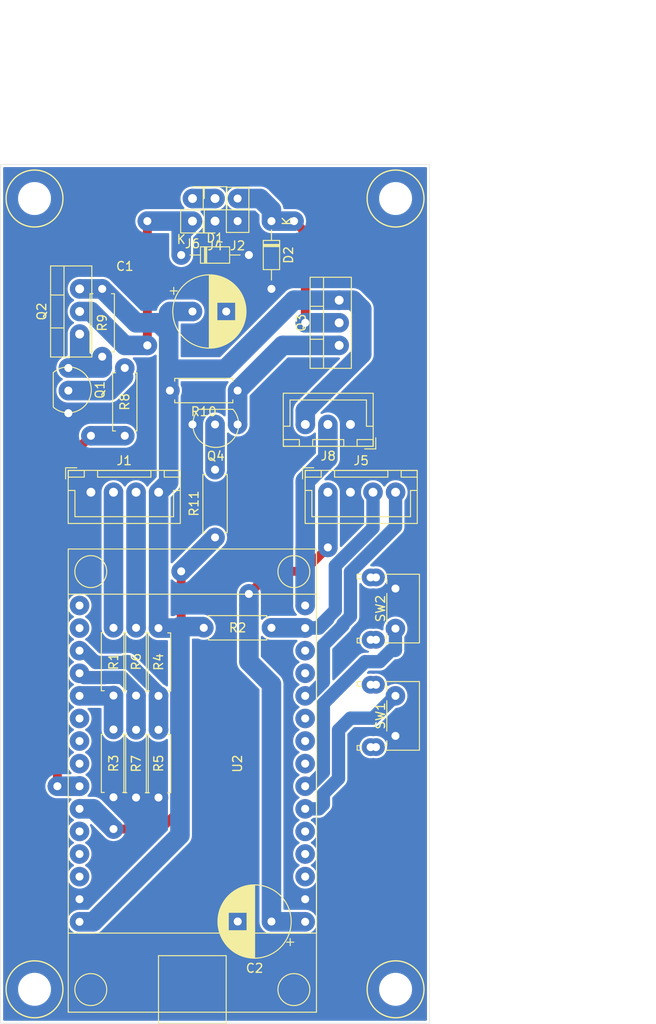
<source format=kicad_pcb>
(kicad_pcb (version 20171130) (host pcbnew "(5.1.6)-1")
  (layers (0 F.Cu signal) (31 B.Cu signal) (34 B.Paste user hide) (35 F.Paste user hide) (36 B.SilkS user hide) (37 F.SilkS user) (38 B.Mask user hide) (39 F.Mask user) (44 Edge.Cuts user))
  (net 0 "")
  (net 1 GND)
  (net 2 +5V)
  (net 3 +3V3)
  (net 4 "Net-(U2-Pad3)")
  (net 5 "Net-(U2-Pad4)")
  (net 6 "Net-(U2-Pad5)")
  (net 7 "Net-(U2-Pad21)")
  (net 8 "Net-(U2-Pad23)")
  (net 9 "Net-(U2-Pad27)")
  (net 10 SDA)
  (net 11 SCL)
  (net 12 LEDS)
  (net 13 SW1)
  (net 14 SW2)
  (net 15 "Net-(U2-Pad14)")
  (net 16 "Net-(U2-Pad18)")
  (net 17 "Net-(U2-Pad19)")
  (net 18 "Net-(U2-Pad22)")
  (net 19 "Net-(U2-Pad26)")
  (net 20 "Net-(U2-Pad28)")
  (net 21 VBUS)
  (net 22 VBAT)
  (net 23 SBUS)
  (net 24 S5V)
  (net 25 SBAT)
  (net 26 "Net-(U2-Pad10)")
  (net 27 "Net-(U2-Pad9)")
  (net 28 "Net-(Q1-Pad2)")
  (net 29 "Net-(Q1-Pad1)")
  (net 30 "Net-(U2-Pad15)")
  (net 31 "Net-(U2-Pad8)")
  (net 32 "Net-(J4-Pad2)")
  (net 33 COIL1+)
  (net 34 PWM1)
  (net 35 COIL2+)
  (net 36 "Net-(Q3-Pad1)")
  (net 37 "Net-(Q4-Pad2)")
  (net 38 PWM2)
  (module 0_my_footprints:myTransistor (layer F.Cu) (at 26.67 -67.31 180)
    (fp_text reference Q4 (at 2.46 -3.56) (layer F.SilkS))
    (fp_text value BC548)
    (pad 2 thru_hole circle (at 2.54 0 180) (size 2.2 2.2) (drill 0.9) (layers *.Cu *.Mask) (net 37 "Net-(Q4-Pad2)"))
    (pad 3 thru_hole circle (at 5.08 0 180) (size 2.2 2.2) (drill 0.9) (layers *.Cu *.Mask) (net 1 GND))
    (pad 1 thru_hole circle (at 0 0 180) (size 2.2 2.2) (drill 0.9) (layers *.Cu *.Mask) (net 36 "Net-(Q3-Pad1)"))
  )
  (module 0_my_footprints:myESP32DEV0 (layer F.Cu) (at 21.574 -29.178 90)
    (fp_text reference U2 (at 0 5.08 90) (layer F.SilkS))
    (fp_text value ESP32_DEV_0)
    (pad 30 thru_hole circle (at -17.78 12.7 90) (size 2.2 2.2) (drill 0.9) (layers *.Cu *.Mask) (net 3 +3V3))
    (pad 29 thru_hole circle (at -15.24 12.7 90) (size 2.2 2.2) (drill 0.9) (layers *.Cu *.Mask) (net 1 GND))
    (pad 28 thru_hole circle (at -12.7 12.7 90) (size 2.2 2.2) (drill 0.9) (layers *.Cu *.Mask) (net 20 "Net-(U2-Pad28)"))
    (pad 27 thru_hole circle (at -10.16 12.7 90) (size 2.2 2.2) (drill 0.9) (layers *.Cu *.Mask) (net 9 "Net-(U2-Pad27)"))
    (pad 26 thru_hole circle (at -7.62 12.7 90) (size 2.2 2.2) (drill 0.9) (layers *.Cu *.Mask) (net 19 "Net-(U2-Pad26)"))
    (pad 25 thru_hole circle (at -5.08 12.7 90) (size 2.2 2.2) (drill 0.9) (layers *.Cu *.Mask) (net 13 SW1))
    (pad 24 thru_hole circle (at -2.54 12.7 90) (size 2.2 2.2) (drill 0.9) (layers *.Cu *.Mask) (net 14 SW2))
    (pad 23 thru_hole circle (at 0 12.7 90) (size 2.2 2.2) (drill 0.9) (layers *.Cu *.Mask) (net 8 "Net-(U2-Pad23)"))
    (pad 22 thru_hole circle (at 2.54 12.7 90) (size 2.2 2.2) (drill 0.9) (layers *.Cu *.Mask) (net 18 "Net-(U2-Pad22)"))
    (pad 21 thru_hole circle (at 5.08 12.7 90) (size 2.2 2.2) (drill 0.9) (layers *.Cu *.Mask) (net 7 "Net-(U2-Pad21)"))
    (pad 20 thru_hole circle (at 7.62 12.7 90) (size 2.2 2.2) (drill 0.9) (layers *.Cu *.Mask) (net 10 SDA))
    (pad 19 thru_hole circle (at 10.16 12.7 90) (size 2.2 2.2) (drill 0.9) (layers *.Cu *.Mask) (net 17 "Net-(U2-Pad19)"))
    (pad 18 thru_hole circle (at 12.7 12.7 90) (size 2.2 2.2) (drill 0.9) (layers *.Cu *.Mask) (net 16 "Net-(U2-Pad18)"))
    (pad 17 thru_hole circle (at 15.24 12.7 90) (size 2.2 2.2) (drill 0.9) (layers *.Cu *.Mask) (net 11 SCL))
    (pad 16 thru_hole circle (at 17.78 12.7 90) (size 2.2 2.2) (drill 0.9) (layers *.Cu *.Mask) (net 12 LEDS))
    (pad 15 thru_hole circle (at 17.78 -12.7 90) (size 2.2 2.2) (drill 0.9) (layers *.Cu *.Mask) (net 30 "Net-(U2-Pad15)"))
    (pad 14 thru_hole circle (at 15.24 -12.7 90) (size 2.2 2.2) (drill 0.9) (layers *.Cu *.Mask) (net 15 "Net-(U2-Pad14)"))
    (pad 13 thru_hole circle (at 12.7 -12.7 90) (size 2.2 2.2) (drill 0.9) (layers *.Cu *.Mask) (net 24 S5V))
    (pad 12 thru_hole circle (at 10.16 -12.7 90) (size 2.2 2.2) (drill 0.9) (layers *.Cu *.Mask) (net 23 SBUS))
    (pad 11 thru_hole circle (at 7.62 -12.7 90) (size 2.2 2.2) (drill 0.9) (layers *.Cu *.Mask) (net 25 SBAT))
    (pad 10 thru_hole circle (at 5.08 -12.7 90) (size 2.2 2.2) (drill 0.9) (layers *.Cu *.Mask) (net 26 "Net-(U2-Pad10)"))
    (pad 9 thru_hole circle (at 2.54 -12.7 90) (size 2.2 2.2) (drill 0.9) (layers *.Cu *.Mask) (net 27 "Net-(U2-Pad9)"))
    (pad 8 thru_hole circle (at 0 -12.7 90) (size 2.2 2.2) (drill 0.9) (layers *.Cu *.Mask) (net 31 "Net-(U2-Pad8)"))
    (pad 7 thru_hole circle (at -2.54 -12.7 90) (size 2.2 2.2) (drill 0.9) (layers *.Cu *.Mask) (net 34 PWM1))
    (pad 6 thru_hole circle (at -5.08 -12.7 90) (size 2.2 2.2) (drill 0.9) (layers *.Cu *.Mask) (net 38 PWM2))
    (pad 5 thru_hole circle (at -7.62 -12.7 90) (size 2.2 2.2) (drill 0.9) (layers *.Cu *.Mask) (net 6 "Net-(U2-Pad5)"))
    (pad 4 thru_hole circle (at -10.16 -12.7 90) (size 2.2 2.2) (drill 0.9) (layers *.Cu *.Mask) (net 5 "Net-(U2-Pad4)"))
    (pad 3 thru_hole circle (at -12.7 -12.7 90) (size 2.2 2.2) (drill 0.9) (layers *.Cu *.Mask) (net 4 "Net-(U2-Pad3)"))
    (pad 2 thru_hole circle (at -15.24 -12.7 90) (size 2.2 2.2) (drill 0.9) (layers *.Cu *.Mask) (net 1 GND))
    (pad 1 thru_hole circle (at -17.78 -12.7 90) (size 2.2 2.2) (drill 0.9) (layers *.Cu *.Mask) (net 2 +5V))
  )
  (module 0_my_footprints:myResistor (layer F.Cu) (at 12.7 -36.83 90)
    (fp_text reference R1 (at 3.842 0.016 90) (layer F.SilkS))
    (fp_text value 10K)
    (pad 1 thru_hole circle (at 0 0 90) (size 2.2 2.2) (drill 0.9) (layers *.Cu *.Mask) (net 25 SBAT))
    (pad 2 thru_hole circle (at 7.62 0 90) (size 2.2 2.2) (drill 0.9) (layers *.Cu *.Mask) (net 22 VBAT))
  )
  (module 0_my_footprints:myResistor (layer F.Cu) (at 17.764 -36.798 90)
    (fp_text reference R4 (at 3.81 0.016 90) (layer F.SilkS))
    (fp_text value 10K)
    (pad 1 thru_hole circle (at 0 0 90) (size 2.2 2.2) (drill 0.9) (layers *.Cu *.Mask) (net 24 S5V))
    (pad 2 thru_hole circle (at 7.62 0 90) (size 2.2 2.2) (drill 0.9) (layers *.Cu *.Mask) (net 2 +5V))
  )
  (module 0_my_footprints:myResistor (layer F.Cu) (at 15.24 -36.83 90)
    (fp_text reference R6 (at 3.81 0.016 90) (layer F.SilkS))
    (fp_text value 10K)
    (pad 1 thru_hole circle (at 0 0 90) (size 2.2 2.2) (drill 0.9) (layers *.Cu *.Mask) (net 23 SBUS))
    (pad 2 thru_hole circle (at 7.62 0 90) (size 2.2 2.2) (drill 0.9) (layers *.Cu *.Mask) (net 21 VBUS))
  )
  (module 0_my_footprints:myMountingHole_3.2mm_M3 (layer F.Cu) (at 44.45 -3.81 90)
    (fp_text reference REF**)
    (fp_text value myMountingHole_3.2mm_M3)
    (pad "" np_thru_hole circle (at 0 0 90) (size 3.2 3.2) (drill 3.2) (layers *.Cu *.Mask))
  )
  (module 0_my_footprints:myMountingHole_3.2mm_M3 (layer F.Cu) (at 3.81 -3.81 90)
    (fp_text reference REF**)
    (fp_text value myMountingHole_3.2mm_M3)
    (pad "" np_thru_hole circle (at 0 0 90) (size 3.2 3.2) (drill 3.2) (layers *.Cu *.Mask))
  )
  (module 0_my_footprints:myMountingHole_3.2mm_M3 (layer F.Cu) (at 44.45 -92.71 90)
    (fp_text reference REF**)
    (fp_text value myMountingHole_3.2mm_M3)
    (pad "" np_thru_hole circle (at 0 0 90) (size 3.2 3.2) (drill 3.2) (layers *.Cu *.Mask))
  )
  (module 0_my_footprints:myMountingHole_3.2mm_M3 (layer F.Cu) (at 3.81 -92.71 90)
    (fp_text reference REF**)
    (fp_text value myMountingHole_3.2mm_M3)
    (pad "" np_thru_hole circle (at 0 0 90) (size 3.2 3.2) (drill 3.2) (layers *.Cu *.Mask))
  )
  (module 0_my_footprints:myJSTx04 (layer F.Cu) (at 36.83 -59.69)
    (fp_text reference J5 (at 3.75 -3.55) (layer F.SilkS))
    (fp_text value Sensor)
    (pad 4 thru_hole circle (at 7.62 0) (size 2.2 2.2) (drill 1) (layers *.Cu *.Mask) (net 10 SDA))
    (pad 3 thru_hole circle (at 5.08 0) (size 2.2 2.2) (drill 1) (layers *.Cu *.Mask) (net 11 SCL))
    (pad 2 thru_hole circle (at 2.54 0) (size 2.2 2.2) (drill 1) (layers *.Cu *.Mask) (net 1 GND))
    (pad 1 thru_hole circle (at 0 0) (size 2.2 2.2) (drill 1) (layers *.Cu *.Mask) (net 3 +3V3))
  )
  (module 0_my_footprints:CP_my100uf (layer F.Cu) (at 21.59 -80.01)
    (fp_text reference C1 (at -7.62 -5.08) (layer F.SilkS))
    (fp_text value 330uf)
    (pad 1 thru_hole circle (at 0 0) (size 2.2 2.2) (drill 0.9) (layers *.Cu *.Mask) (net 2 +5V))
    (pad 2 thru_hole circle (at 3.8 0) (size 2.2 2.2) (drill 0.9) (layers *.Cu *.Mask) (net 1 GND))
  )
  (module 0_my_footprints:myJSTx03 (layer F.Cu) (at 39.37 -67.31 180)
    (fp_text reference J8 (at 2.5 -3.55) (layer F.SilkS))
    (fp_text value leds)
    (pad 1 thru_hole circle (at 0 0 180) (size 2.2 2.2) (drill 1) (layers *.Cu *.Mask) (net 1 GND))
    (pad 2 thru_hole circle (at 2.54 0 180) (size 2.2 2.2) (drill 1) (layers *.Cu *.Mask) (net 12 LEDS))
    (pad 3 thru_hole circle (at 5.08 0 180) (size 2.2 2.2) (drill 1) (layers *.Cu *.Mask) (net 2 +5V))
  )
  (module 0_my_footprints:myResistor (layer F.Cu) (at 12.7 -33.02 270)
    (fp_text reference R3 (at 3.81 -0.016 90) (layer F.SilkS))
    (fp_text value 10K)
    (pad 2 thru_hole circle (at 7.62 0 270) (size 2.2 2.2) (drill 0.9) (layers *.Cu *.Mask) (net 1 GND))
    (pad 1 thru_hole circle (at 0 0 270) (size 2.2 2.2) (drill 0.9) (layers *.Cu *.Mask) (net 25 SBAT))
  )
  (module 0_my_footprints:myResistor (layer F.Cu) (at 17.764 -32.988 270)
    (fp_text reference R5 (at 3.778 -0.016 90) (layer F.SilkS))
    (fp_text value 10K)
    (pad 2 thru_hole circle (at 7.62 0 270) (size 2.2 2.2) (drill 0.9) (layers *.Cu *.Mask) (net 1 GND))
    (pad 1 thru_hole circle (at 0 0 270) (size 2.2 2.2) (drill 0.9) (layers *.Cu *.Mask) (net 24 S5V))
  )
  (module 0_my_footprints:myResistor (layer F.Cu) (at 15.24 -32.988 270)
    (fp_text reference R7 (at 3.81 -0.016 90) (layer F.SilkS))
    (fp_text value 10K)
    (pad 2 thru_hole circle (at 7.62 0 270) (size 2.2 2.2) (drill 0.9) (layers *.Cu *.Mask) (net 1 GND))
    (pad 1 thru_hole circle (at 0 0 270) (size 2.2 2.2) (drill 0.9) (layers *.Cu *.Mask) (net 23 SBUS))
  )
  (module 0_my_footprints:myJSTx04 (layer F.Cu) (at 10.16 -59.69)
    (fp_text reference J1 (at 3.75 -3.55) (layer F.SilkS))
    (fp_text value power)
    (pad 1 thru_hole circle (at 0 0) (size 2.2 2.2) (drill 1) (layers *.Cu *.Mask) (net 1 GND))
    (pad 2 thru_hole circle (at 2.54 0) (size 2.2 2.2) (drill 1) (layers *.Cu *.Mask) (net 22 VBAT))
    (pad 3 thru_hole circle (at 5.08 0) (size 2.2 2.2) (drill 1) (layers *.Cu *.Mask) (net 21 VBUS))
    (pad 4 thru_hole circle (at 7.62 0) (size 2.2 2.2) (drill 1) (layers *.Cu *.Mask) (net 2 +5V))
  )
  (module 0_my_footprints:myButtonAngled (layer F.Cu) (at 44.434 -36.798 270)
    (fp_text reference SW1 (at 2.25 1.68 90) (layer F.SilkS))
    (fp_text value SW)
    (pad "" thru_hole circle (at -1.25 2.79 270) (size 2 2) (drill 0.9) (layers *.Cu *.Mask))
    (pad "" thru_hole circle (at 5.76 2.79 270) (size 2 2) (drill 0.9) (layers *.Cu *.Mask))
    (pad "" thru_hole circle (at -1.25 2.19 270) (size 2 2) (drill 0.9) (layers *.Cu *.Mask))
    (pad 1 thru_hole circle (at 0 0 270) (size 2.2 2.2) (drill 0.9) (layers *.Cu *.Mask) (net 13 SW1))
    (pad 2 thru_hole circle (at 4.5 0 270) (size 2.2 2.2) (drill 0.9) (layers *.Cu *.Mask) (net 1 GND))
    (pad "" thru_hole circle (at 5.76 2.19 270) (size 2 2) (drill 0.9) (layers *.Cu *.Mask))
  )
  (module 0_my_footprints:myButtonAngled (layer F.Cu) (at 44.434 -48.863 270)
    (fp_text reference SW2 (at 2.25 1.68 90) (layer F.SilkS))
    (fp_text value SW)
    (pad "" thru_hole circle (at 5.76 2.19 270) (size 2 2) (drill 0.9) (layers *.Cu *.Mask))
    (pad 2 thru_hole circle (at 4.5 0 270) (size 2.2 2.2) (drill 0.9) (layers *.Cu *.Mask) (net 14 SW2))
    (pad 1 thru_hole circle (at 0 0 270) (size 2.2 2.2) (drill 0.9) (layers *.Cu *.Mask) (net 1 GND))
    (pad "" thru_hole circle (at -1.25 2.19 270) (size 2 2) (drill 0.9) (layers *.Cu *.Mask))
    (pad "" thru_hole circle (at 5.76 2.79 270) (size 2 2) (drill 0.9) (layers *.Cu *.Mask))
    (pad "" thru_hole circle (at -1.25 2.79 270) (size 2 2) (drill 0.9) (layers *.Cu *.Mask))
  )
  (module 0_my_footprints:myZenerDiode (layer F.Cu) (at 20.32 -86.36)
    (fp_text reference D1 (at 3.81 -1.92) (layer F.SilkS))
    (fp_text value 1N4741)
    (fp_text user K (at 0 -1.75) (layer F.SilkS))
    (pad 1 thru_hole circle (at 0 0) (size 2.2 2.2) (drill 0.9) (layers *.Cu *.Mask) (net 33 COIL1+))
    (pad 2 thru_hole circle (at 7.62 0) (size 2.2 2.2) (drill 0.9) (layers *.Cu *.Mask) (net 1 GND))
  )
  (module 0_my_footprints:myTransistor (layer F.Cu) (at 7.62 -73.66 270)
    (fp_text reference Q1 (at 2.46 -3.56 90) (layer F.SilkS))
    (fp_text value BC548)
    (pad 2 thru_hole circle (at 2.54 0 270) (size 2.2 2.2) (drill 0.9) (layers *.Cu *.Mask) (net 28 "Net-(Q1-Pad2)"))
    (pad 3 thru_hole circle (at 5.08 0 270) (size 2.2 2.2) (drill 0.9) (layers *.Cu *.Mask) (net 1 GND))
    (pad 1 thru_hole circle (at 0 0 270) (size 2.2 2.2) (drill 0.9) (layers *.Cu *.Mask) (net 29 "Net-(Q1-Pad1)"))
  )
  (module 0_my_footprints:myThreeLegged (layer F.Cu) (at 8.89 -77.47 90)
    (fp_text reference Q2 (at 2.54 -4.27 90) (layer F.SilkS))
    (fp_text value IRF9540N)
    (pad 1 thru_hole circle (at 0 0 90) (size 2.2 2.2) (drill 1) (layers *.Cu *.Mask) (net 29 "Net-(Q1-Pad1)"))
    (pad 2 thru_hole circle (at 2.54 0 90) (size 2.2 2.2) (drill 1) (layers *.Cu *.Mask) (net 33 COIL1+))
    (pad 3 thru_hole circle (at 5.08 0 90) (size 2.2 2.2) (drill 1) (layers *.Cu *.Mask) (net 2 +5V))
  )
  (module 0_my_footprints:myResistor (layer F.Cu) (at 22.86 -44.45)
    (fp_text reference R2 (at 3.81 0) (layer F.SilkS))
    (fp_text value 10K)
    (pad 1 thru_hole circle (at 0 0) (size 2.2 2.2) (drill 0.9) (layers *.Cu *.Mask) (net 2 +5V))
    (pad 2 thru_hole circle (at 7.62 0) (size 2.2 2.2) (drill 0.9) (layers *.Cu *.Mask) (net 11 SCL))
  )
  (module 0_my_footprints:myResistor (layer F.Cu) (at 13.97 -66.04 90)
    (fp_text reference R8 (at 3.81 0 90) (layer F.SilkS))
    (fp_text value 10K)
    (pad 2 thru_hole circle (at 7.62 0 90) (size 2.2 2.2) (drill 0.9) (layers *.Cu *.Mask) (net 28 "Net-(Q1-Pad2)"))
    (pad 1 thru_hole circle (at 0 0 90) (size 2.2 2.2) (drill 0.9) (layers *.Cu *.Mask) (net 34 PWM1))
  )
  (module 0_my_footprints:myResistor (layer F.Cu) (at 11.43 -74.93 90)
    (fp_text reference R9 (at 3.81 0 90) (layer F.SilkS))
    (fp_text value 10K)
    (pad 1 thru_hole circle (at 0 0 90) (size 2.2 2.2) (drill 0.9) (layers *.Cu *.Mask) (net 29 "Net-(Q1-Pad1)"))
    (pad 2 thru_hole circle (at 7.62 0 90) (size 2.2 2.2) (drill 0.9) (layers *.Cu *.Mask) (net 2 +5V))
  )
  (module 0_my_footprints:CP_my100uf (layer F.Cu) (at 30.48 -11.43 180)
    (fp_text reference C2 (at 1.9 -5.25) (layer F.SilkS))
    (fp_text value "100 uf")
    (pad 1 thru_hole circle (at 0 0 180) (size 2.2 2.2) (drill 0.9) (layers *.Cu *.Mask) (net 3 +3V3))
    (pad 2 thru_hole circle (at 3.8 0 180) (size 2.2 2.2) (drill 0.9) (layers *.Cu *.Mask) (net 1 GND))
  )
  (module 0_my_footprints:myPinSocket_1x02 (layer F.Cu) (at 24.13 -90.17 180)
    (fp_text reference J4 (at 0 -2.77) (layer F.SilkS))
    (fp_text value coil1)
    (pad 1 thru_hole circle (at 0 0 180) (size 2.2 2.2) (drill 1) (layers *.Cu *.Mask) (net 1 GND))
    (pad 2 thru_hole circle (at 0 2.54 180) (size 2.2 2.2) (drill 1) (layers *.Cu *.Mask) (net 32 "Net-(J4-Pad2)"))
  )
  (module 0_my_footprints:myPinSocket_1x02 (layer F.Cu) (at 21.59 -92.71)
    (fp_text reference J6 (at 0 5.08) (layer F.SilkS))
    (fp_text value coil2)
    (pad 2 thru_hole circle (at 0 2.54) (size 2.2 2.2) (drill 1) (layers *.Cu *.Mask) (net 33 COIL1+))
    (pad 1 thru_hole circle (at 0 0) (size 2.2 2.2) (drill 1) (layers *.Cu *.Mask) (net 32 "Net-(J4-Pad2)"))
  )
  (module 0_my_footprints:myZenerDiode (layer F.Cu) (at 30.48 -90.17 270)
    (fp_text reference D2 (at 3.81 -1.92 90) (layer F.SilkS))
    (fp_text value 1N4741)
    (fp_text user K (at 0 -1.75 90) (layer F.SilkS))
    (pad 1 thru_hole circle (at 0 0 270) (size 2.2 2.2) (drill 0.9) (layers *.Cu *.Mask) (net 35 COIL2+))
    (pad 2 thru_hole circle (at 7.62 0 270) (size 2.2 2.2) (drill 0.9) (layers *.Cu *.Mask) (net 1 GND))
  )
  (module 0_my_footprints:myPinSocket_1x02 (layer F.Cu) (at 26.67 -90.17 180)
    (fp_text reference J2 (at 0 -2.77) (layer F.SilkS))
    (fp_text value coil3)
    (pad 1 thru_hole circle (at 0 0 180) (size 2.2 2.2) (drill 0.9) (layers *.Cu *.Mask) (net 1 GND))
    (pad 2 thru_hole circle (at 0 2.54 180) (size 2.2 2.2) (drill 0.9) (layers *.Cu *.Mask) (net 35 COIL2+))
  )
  (module 0_my_footprints:myThreeLegged (layer F.Cu) (at 38.1 -76.2 90)
    (fp_text reference Q3 (at 2.54 -4.27 90) (layer F.SilkS))
    (fp_text value IRF9540N)
    (pad 1 thru_hole circle (at 0 0 90) (size 2.2 2.2) (drill 1) (layers *.Cu *.Mask) (net 36 "Net-(Q3-Pad1)"))
    (pad 2 thru_hole circle (at 2.54 0 90) (size 2.2 2.2) (drill 1) (layers *.Cu *.Mask) (net 35 COIL2+))
    (pad 3 thru_hole circle (at 5.08 0 90) (size 2.2 2.2) (drill 1) (layers *.Cu *.Mask) (net 2 +5V))
  )
  (module 0_my_footprints:myResistor (layer F.Cu) (at 26.67 -71.12 180)
    (fp_text reference R10 (at 3.81 -2.37) (layer F.SilkS))
    (fp_text value 10K)
    (pad 1 thru_hole circle (at 0 0 180) (size 2.2 2.2) (drill 0.9) (layers *.Cu *.Mask) (net 36 "Net-(Q3-Pad1)"))
    (pad 2 thru_hole circle (at 7.62 0 180) (size 2.2 2.2) (drill 0.9) (layers *.Cu *.Mask) (net 2 +5V))
  )
  (module 0_my_footprints:myResistor (layer F.Cu) (at 24.13 -54.61 90)
    (fp_text reference R11 (at 3.81 -2.37 90) (layer F.SilkS))
    (fp_text value 10K)
    (pad 2 thru_hole circle (at 7.62 0 90) (size 2.2 2.2) (drill 0.9) (layers *.Cu *.Mask) (net 37 "Net-(Q4-Pad2)"))
    (pad 1 thru_hole circle (at 0 0 90) (size 2.2 2.2) (drill 0.9) (layers *.Cu *.Mask) (net 38 PWM2))
  )
  (gr_line (start 48.26 0) (end 0 0) (layer Edge.Cuts) (width 0.05))
  (gr_line (start 48.26 -96.52) (end 48.26 0) (layer Edge.Cuts) (width 0.05))
  (gr_line (start 0 -96.52) (end 48.26 -96.52) (layer Edge.Cuts) (width 0.05))
  (gr_line (start 0 0) (end 0 -96.52) (layer Edge.Cuts) (width 0.05))
  (segment (start 8.874 -11.398) (end 10.429634 -11.398) (width 2.2) (layer B.Cu) (net 2))
  (segment (start 10.429634 -11.398) (end 20.180009 -21.148375) (width 2.2) (layer B.Cu) (net 2))
  (segment (start 20.008018 -44.418) (end 20.180009 -44.589991) (width 2.2) (layer B.Cu) (net 2))
  (segment (start 17.764 -44.418) (end 20.008018 -44.418) (width 2.2) (layer B.Cu) (net 2))
  (segment (start 20.180009 -21.148375) (end 20.180009 -44.589991) (width 2.2) (layer B.Cu) (net 2))
  (segment (start 20.180009 -44.589991) (end 22.720009 -44.589991) (width 2.2) (layer B.Cu) (net 2))
  (segment (start 22.720009 -44.589991) (end 22.86 -44.45) (width 2.2) (layer B.Cu) (net 2))
  (segment (start 17.78 -59.69) (end 17.78 -44.45) (width 2.2) (layer B.Cu) (net 2))
  (segment (start 17.78 -59.69) (end 18.910001 -60.820001) (width 2.2) (layer B.Cu) (net 2))
  (segment (start 19.05 -80.01) (end 18.910001 -79.870001) (width 2.2) (layer B.Cu) (net 2))
  (segment (start 21.59 -80.01) (end 19.05 -80.01) (width 2.2) (layer B.Cu) (net 2))
  (segment (start 38.1 -81.28) (end 33.02 -81.28) (width 2.2) (layer B.Cu) (net 2))
  (segment (start 25.260001 -73.520001) (end 18.910001 -73.520001) (width 2.2) (layer B.Cu) (net 2))
  (segment (start 33.02 -81.28) (end 25.260001 -73.520001) (width 2.2) (layer B.Cu) (net 2))
  (segment (start 18.910001 -60.820001) (end 18.910001 -73.520001) (width 2.2) (layer B.Cu) (net 2))
  (segment (start 34.29 -68.865634) (end 40.64 -75.215634) (width 2.2) (layer B.Cu) (net 2))
  (segment (start 34.29 -67.31) (end 34.29 -68.865634) (width 2.2) (layer B.Cu) (net 2))
  (segment (start 40.64 -80.295634) (end 39.655634 -81.28) (width 2.2) (layer B.Cu) (net 2))
  (segment (start 40.64 -75.215634) (end 40.64 -80.295634) (width 2.2) (layer B.Cu) (net 2))
  (segment (start 39.655634 -81.28) (end 38.1 -81.28) (width 2.2) (layer B.Cu) (net 2))
  (segment (start 11.43 -82.55) (end 15.24 -78.74) (width 2.2) (layer B.Cu) (net 2))
  (segment (start 17.78 -78.74) (end 18.910001 -77.609999) (width 2.2) (layer B.Cu) (net 2))
  (segment (start 15.24 -78.74) (end 17.78 -78.74) (width 2.2) (layer B.Cu) (net 2))
  (segment (start 18.910001 -73.520001) (end 18.910001 -77.609999) (width 2.2) (layer B.Cu) (net 2))
  (segment (start 18.910001 -77.609999) (end 18.910001 -79.870001) (width 2.2) (layer B.Cu) (net 2))
  (segment (start 8.89 -82.55) (end 11.43 -82.55) (width 2.2) (layer B.Cu) (net 2))
  (segment (start 27.94 -46.99) (end 27.94 -40.64) (width 2.2) (layer B.Cu) (net 3))
  (segment (start 34.274 -11.398) (end 30.512 -11.398) (width 2.2) (layer B.Cu) (net 3))
  (segment (start 30.512 -11.398) (end 30.48 -11.43) (width 2.2) (layer B.Cu) (net 3))
  (segment (start 30.48 -38.1) (end 27.94 -40.64) (width 2.2) (layer B.Cu) (net 3))
  (segment (start 30.48 -11.43) (end 30.48 -38.1) (width 2.2) (layer B.Cu) (net 3))
  (segment (start 27.94 -46.99) (end 27.94 -48.26) (width 2.2) (layer B.Cu) (net 3))
  (segment (start 36.83 -59.69) (end 36.83 -53.488328) (width 2.2) (layer B.Cu) (net 3))
  (segment (start 27.94 -48.26) (end 27.94 -48.26) (width 2.2) (layer B.Cu) (net 3))
  (via (at 27.94 -48.26) (size 2.2) (drill 0.9) (layers F.Cu B.Cu) (net 3))
  (segment (start 36.83 -53.488328) (end 36.83 -53.488328) (width 2.2) (layer B.Cu) (net 3))
  (via (at 36.83 -53.488328) (size 2.2) (drill 0.9) (layers F.Cu B.Cu) (net 3))
  (segment (start 27.94 -48.26) (end 30.48 -50.8) (width 1) (layer F.Cu) (net 3))
  (segment (start 34.141672 -50.8) (end 36.83 -53.488328) (width 1) (layer F.Cu) (net 3))
  (segment (start 30.48 -50.8) (end 34.141672 -50.8) (width 1) (layer F.Cu) (net 3))
  (segment (start 38.53001 -44.714199) (end 37.529644 -43.713833) (width 1.5) (layer B.Cu) (net 10))
  (segment (start 37.529644 -43.713833) (end 36.324001 -42.50819) (width 1.5) (layer B.Cu) (net 10))
  (segment (start 36.324001 -38.353999) (end 34.800002 -36.83) (width 1.5) (layer B.Cu) (net 10))
  (segment (start 36.324001 -42.50819) (end 36.324001 -38.353999) (width 1.5) (layer B.Cu) (net 10))
  (segment (start 34.800002 -36.83) (end 34.29 -36.83) (width 1.5) (layer B.Cu) (net 10))
  (segment (start 38.53001 -44.714199) (end 38.53001 -44.88001) (width 1.5) (layer B.Cu) (net 10))
  (segment (start 38.53001 -44.88001) (end 39.37 -45.72) (width 1.5) (layer B.Cu) (net 10))
  (segment (start 39.37 -50.725002) (end 44.45 -55.805002) (width 1.5) (layer B.Cu) (net 10))
  (segment (start 39.37 -45.72) (end 39.37 -50.725002) (width 1.5) (layer B.Cu) (net 10))
  (segment (start 44.45 -55.805002) (end 44.45 -59.69) (width 1.5) (layer B.Cu) (net 10))
  (segment (start 30.48 -44.45) (end 34.29 -44.45) (width 2.2) (layer B.Cu) (net 11))
  (segment (start 35.829634 -44.418) (end 36.83 -45.418366) (width 1.5) (layer B.Cu) (net 11))
  (segment (start 34.274 -44.418) (end 35.829634 -44.418) (width 1.5) (layer B.Cu) (net 11))
  (segment (start 41.91 -59.69) (end 41.91 -55.88) (width 1.5) (layer B.Cu) (net 11))
  (segment (start 41.91 -55.669178) (end 37.669991 -51.429169) (width 1.5) (layer B.Cu) (net 11))
  (segment (start 41.91 -55.88) (end 41.91 -55.669178) (width 1.5) (layer B.Cu) (net 11))
  (segment (start 37.669991 -51.429169) (end 37.669991 -46.424168) (width 1.5) (layer B.Cu) (net 11))
  (segment (start 37.669991 -46.424168) (end 35.695823 -44.45) (width 1.5) (layer B.Cu) (net 11))
  (segment (start 35.695823 -44.45) (end 34.29 -44.45) (width 1.5) (layer B.Cu) (net 11))
  (segment (start 34.274 -46.958) (end 34.274 -53.356) (width 2.2) (layer B.Cu) (net 12))
  (segment (start 34.274 -53.356) (end 34.29 -53.372) (width 2.2) (layer B.Cu) (net 12))
  (segment (start 34.29 -53.372) (end 34.29 -60.702002) (width 2.2) (layer B.Cu) (net 12))
  (segment (start 34.29 -60.702002) (end 34.29 -60.96) (width 2.2) (layer B.Cu) (net 12))
  (segment (start 34.29 -60.96) (end 36.83 -63.5) (width 2.2) (layer B.Cu) (net 12))
  (segment (start 36.83 -63.5) (end 36.83 -67.31) (width 2.2) (layer B.Cu) (net 12))
  (segment (start 35.829634 -24.098) (end 36.324001 -24.592367) (width 1.5) (layer B.Cu) (net 13))
  (segment (start 34.274 -24.098) (end 35.829634 -24.098) (width 1.5) (layer B.Cu) (net 13))
  (segment (start 36.324001 -25.789822) (end 38.024011 -27.489832) (width 1.5) (layer B.Cu) (net 13))
  (segment (start 36.324001 -24.592367) (end 36.324001 -25.789822) (width 1.5) (layer B.Cu) (net 13))
  (segment (start 38.024011 -27.489832) (end 38.024011 -32.944011) (width 1.5) (layer B.Cu) (net 13))
  (segment (start 38.024011 -32.944011) (end 39.37 -34.29) (width 1.5) (layer B.Cu) (net 13))
  (segment (start 39.37 -34.29) (end 41.91 -34.29) (width 1.5) (layer B.Cu) (net 13))
  (segment (start 41.91 -34.29) (end 44.45 -36.83) (width 1.5) (layer B.Cu) (net 13))
  (segment (start 44.434 -44.363) (end 44.434 -41.926) (width 1.5) (layer B.Cu) (net 14))
  (segment (start 43.937002 -41.91) (end 42.667002 -40.64) (width 1.5) (layer B.Cu) (net 14))
  (segment (start 44.434 -41.926) (end 44.418 -41.91) (width 1.5) (layer B.Cu) (net 14))
  (segment (start 44.418 -41.91) (end 43.937002 -41.91) (width 1.5) (layer B.Cu) (net 14))
  (segment (start 41.014179 -40.64) (end 37.028168 -36.653989) (width 1.5) (layer B.Cu) (net 14))
  (segment (start 42.667002 -40.64) (end 41.014179 -40.64) (width 1.5) (layer B.Cu) (net 14))
  (segment (start 37.028168 -36.653989) (end 36.324001 -35.949823) (width 1.5) (layer B.Cu) (net 14))
  (segment (start 36.324001 -28.193999) (end 34.800002 -26.67) (width 1.5) (layer B.Cu) (net 14))
  (segment (start 36.324001 -35.949823) (end 36.324001 -28.193999) (width 1.5) (layer B.Cu) (net 14))
  (segment (start 34.800002 -26.67) (end 34.29 -26.67) (width 1.5) (layer B.Cu) (net 14))
  (segment (start 15.24 -44.45) (end 15.24 -59.69) (width 2.2) (layer B.Cu) (net 21))
  (segment (start 12.7 -44.45) (end 12.7 -59.69) (width 2.2) (layer B.Cu) (net 22))
  (segment (start 8.922 -39.338) (end 8.874 -39.338) (width 1.5) (layer B.Cu) (net 23))
  (segment (start 15.24 -32.988) (end 15.24 -36.83) (width 2.2) (layer B.Cu) (net 23))
  (segment (start 8.922 -39.338) (end 9.41199 -38.84801) (width 1.5) (layer B.Cu) (net 23))
  (segment (start 9.41199 -38.84801) (end 11.684008 -38.84801) (width 1.5) (layer B.Cu) (net 23))
  (segment (start 11.715999 -38.880001) (end 13.684001 -38.880001) (width 1.5) (layer B.Cu) (net 23))
  (segment (start 11.684008 -38.84801) (end 11.715999 -38.880001) (width 1.5) (layer B.Cu) (net 23))
  (segment (start 13.684001 -38.880001) (end 15.24 -37.324002) (width 1.5) (layer B.Cu) (net 23))
  (segment (start 15.24 -37.324002) (end 15.24 -36.83) (width 1.5) (layer B.Cu) (net 23))
  (segment (start 17.78 -37.189151) (end 17.78 -36.83) (width 1.5) (layer B.Cu) (net 24))
  (segment (start 17.764 -33.036) (end 17.78 -33.02) (width 2.2) (layer B.Cu) (net 24))
  (segment (start 17.764 -32.988) (end 17.764 -36.814) (width 2.2) (layer B.Cu) (net 24))
  (segment (start 17.764 -36.814) (end 17.78 -36.83) (width 2.2) (layer B.Cu) (net 24))
  (segment (start 8.874 -41.878) (end 9.368002 -41.878) (width 1.5) (layer B.Cu) (net 24))
  (segment (start 9.368002 -41.878) (end 10.697982 -40.54802) (width 1.5) (layer B.Cu) (net 24))
  (segment (start 10.697982 -40.54802) (end 10.789962 -40.64) (width 1.5) (layer B.Cu) (net 24))
  (segment (start 10.7696 -40.5511) (end 13.949638 -40.5511) (width 1.5) (layer B.Cu) (net 24))
  (segment (start 14.329151 -40.64) (end 17.78 -37.189151) (width 1.5) (layer B.Cu) (net 24))
  (segment (start 13.97 -40.64) (end 14.329151 -40.64) (width 1.5) (layer B.Cu) (net 24))
  (segment (start 8.874 -36.798) (end 12.668 -36.798) (width 2.2) (layer B.Cu) (net 25))
  (segment (start 12.668 -36.798) (end 12.7 -36.83) (width 2.2) (layer B.Cu) (net 25))
  (segment (start 12.7 -36.83) (end 12.7 -33.02) (width 2.2) (layer B.Cu) (net 25))
  (segment (start 12.284126 -71.12) (end 13.83001 -72.665884) (width 2.2) (layer B.Cu) (net 28))
  (segment (start 7.62 -71.12) (end 12.284126 -71.12) (width 2.2) (layer B.Cu) (net 28))
  (segment (start 11.43 -73.66) (end 11.43 -74.93) (width 2.2) (layer B.Cu) (net 29))
  (segment (start 8.89 -74.93) (end 10.16 -73.66) (width 2.2) (layer B.Cu) (net 29))
  (segment (start 7.62 -73.66) (end 10.16 -73.66) (width 2.2) (layer B.Cu) (net 29))
  (segment (start 8.89 -77.47) (end 8.89 -74.93) (width 2.2) (layer B.Cu) (net 29))
  (segment (start 10.16 -73.66) (end 11.43 -73.66) (width 2.2) (layer B.Cu) (net 29))
  (segment (start 21.59 -92.71) (end 24.13 -92.71) (width 2.2) (layer B.Cu) (net 32))
  (via (at 16.51 -90.17) (size 2.2) (drill 0.9) (layers F.Cu B.Cu) (net 33))
  (segment (start 8.89 -80.01) (end 10.16 -80.01) (width 2.2) (layer B.Cu) (net 33))
  (segment (start 10.16 -80.01) (end 13.97 -76.2) (width 2.2) (layer B.Cu) (net 33))
  (segment (start 13.97 -76.2) (end 16.51 -76.2) (width 2.2) (layer B.Cu) (net 33))
  (segment (start 16.51 -90.17) (end 21.59 -90.17) (width 2.2) (layer B.Cu) (net 33))
  (segment (start 20.32 -88.9) (end 21.59 -90.17) (width 2.2) (layer B.Cu) (net 33))
  (segment (start 20.32 -86.36) (end 20.32 -88.9) (width 2.2) (layer B.Cu) (net 33))
  (segment (start 16.51 -76.2) (end 16.51 -76.2) (width 2.2) (layer B.Cu) (net 33))
  (via (at 16.51 -76.2) (size 2.2) (drill 0.9) (layers F.Cu B.Cu) (net 33))
  (segment (start 16.51 -76.2) (end 16.51 -76.2) (width 2.2) (layer B.Cu) (net 33))
  (via (at 16.51 -76.2) (size 2.2) (drill 0.9) (layers F.Cu B.Cu) (net 33))
  (segment (start 16.51 -76.2) (end 16.51 -76.2) (width 2.2) (layer B.Cu) (net 33))
  (via (at 16.51 -76.2) (size 2.2) (drill 0.9) (layers F.Cu B.Cu) (net 33))
  (segment (start 16.51 -76.2) (end 16.51 -90.17) (width 1) (layer F.Cu) (net 33))
  (segment (start 8.874 -26.638) (end 8.874 -26.686) (width 2.2) (layer B.Cu) (net 34))
  (segment (start 8.874 -26.638) (end 6.382 -26.638) (width 2.2) (layer B.Cu) (net 34))
  (via (at 10.16 -66.04) (size 2.2) (drill 0.9) (layers F.Cu B.Cu) (net 34))
  (segment (start 6.382 -26.638) (end 6.382 -26.638) (width 2.2) (layer B.Cu) (net 34))
  (via (at 6.382 -26.638) (size 2.2) (drill 0.9) (layers F.Cu B.Cu) (net 34))
  (segment (start 13.97 -66.04) (end 10.16 -66.04) (width 2.2) (layer B.Cu) (net 34))
  (segment (start 6.382 -62.262) (end 6.382 -26.638) (width 1) (layer F.Cu) (net 34))
  (segment (start 10.16 -66.04) (end 6.382 -62.262) (width 1) (layer F.Cu) (net 34))
  (segment (start 38.1 -78.74) (end 34.29 -78.74) (width 2.2) (layer B.Cu) (net 35))
  (segment (start 26.67 -92.71) (end 29.21 -92.71) (width 2.2) (layer B.Cu) (net 35))
  (segment (start 29.21 -92.71) (end 30.48 -91.44) (width 2.2) (layer B.Cu) (net 35))
  (segment (start 30.48 -91.44) (end 30.48 -90.17) (width 2.2) (layer B.Cu) (net 35))
  (segment (start 30.48 -90.17) (end 33.02 -90.17) (width 2.2) (layer B.Cu) (net 35))
  (segment (start 34.29 -78.74) (end 34.29 -78.74) (width 2.2) (layer B.Cu) (net 35))
  (via (at 34.29 -78.74) (size 2.2) (drill 0.9) (layers F.Cu B.Cu) (net 35))
  (segment (start 33.02 -90.17) (end 33.02 -90.17) (width 2.2) (layer B.Cu) (net 35))
  (via (at 33.02 -90.17) (size 2.2) (drill 0.9) (layers F.Cu B.Cu) (net 35))
  (segment (start 34.29 -88.9) (end 33.02 -90.17) (width 1) (layer F.Cu) (net 35))
  (segment (start 34.29 -78.74) (end 34.29 -88.9) (width 1) (layer F.Cu) (net 35))
  (segment (start 26.67 -67.31) (end 26.67 -71.12) (width 2.2) (layer B.Cu) (net 36))
  (segment (start 26.67 -71.12) (end 31.75 -76.2) (width 2.2) (layer B.Cu) (net 36))
  (segment (start 31.75 -76.2) (end 38.1 -76.2) (width 2.2) (layer B.Cu) (net 36))
  (segment (start 24.13 -62.23) (end 24.13 -67.31) (width 2.2) (layer B.Cu) (net 37))
  (segment (start 10.429634 -24.098) (end 12.7 -21.827634) (width 2.2) (layer B.Cu) (net 38))
  (segment (start 8.874 -24.098) (end 10.429634 -24.098) (width 2.2) (layer B.Cu) (net 38))
  (segment (start 12.7 -21.827634) (end 12.7 -21.827634) (width 2.2) (layer B.Cu) (net 38))
  (via (at 12.7 -21.827634) (size 2.2) (drill 0.9) (layers F.Cu B.Cu) (net 38))
  (segment (start 24.13 -54.61) (end 20.32 -50.8) (width 2.2) (layer B.Cu) (net 38))
  (segment (start 20.32 -50.8) (end 20.32 -50.8) (width 2.2) (layer B.Cu) (net 38))
  (via (at 20.32 -50.8) (size 2.2) (drill 0.9) (layers F.Cu B.Cu) (net 38))
  (segment (start 18.017634 -21.827634) (end 12.7 -21.827634) (width 1) (layer F.Cu) (net 38))
  (segment (start 20.32 -50.8) (end 20.32 -24.13) (width 1) (layer F.Cu) (net 38))
  (segment (start 20.32 -24.13) (end 18.017634 -21.827634) (width 1) (layer F.Cu) (net 38))
  (zone (net 1) (net_name GND) (layer B.Cu) (connect_pads yes (clearance 0.25)) (min_thickness 0.25) (fill yes (arc_segments 32) (thermal_gap 0.508) (thermal_bridge_width 0.508))
    (polygon (pts (xy 48.26 -96.52) (xy 48.26 0) (xy 0 0) (xy 0 -96.52)))
  )
)
</source>
